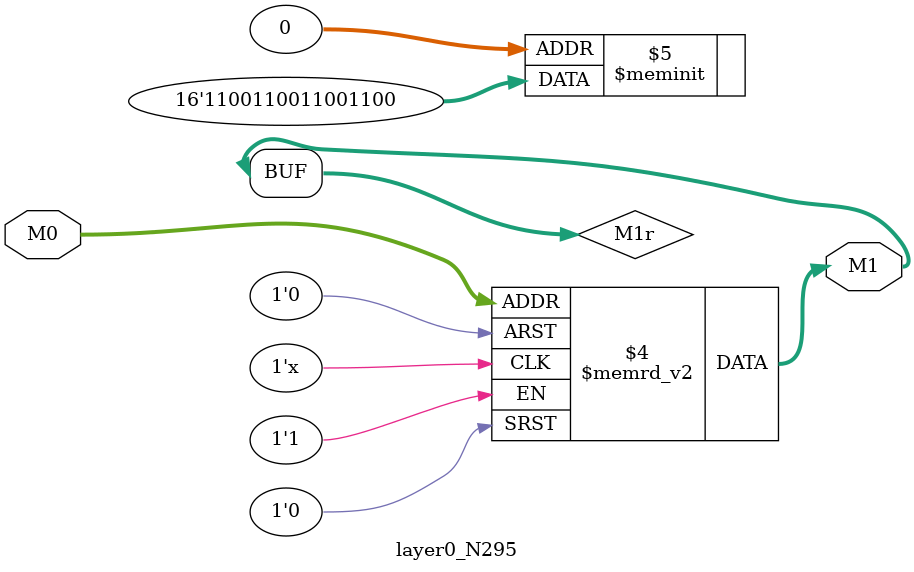
<source format=v>
module layer0_N295 ( input [2:0] M0, output [1:0] M1 );

	(*rom_style = "distributed" *) reg [1:0] M1r;
	assign M1 = M1r;
	always @ (M0) begin
		case (M0)
			3'b000: M1r = 2'b00;
			3'b100: M1r = 2'b00;
			3'b010: M1r = 2'b00;
			3'b110: M1r = 2'b00;
			3'b001: M1r = 2'b11;
			3'b101: M1r = 2'b11;
			3'b011: M1r = 2'b11;
			3'b111: M1r = 2'b11;

		endcase
	end
endmodule

</source>
